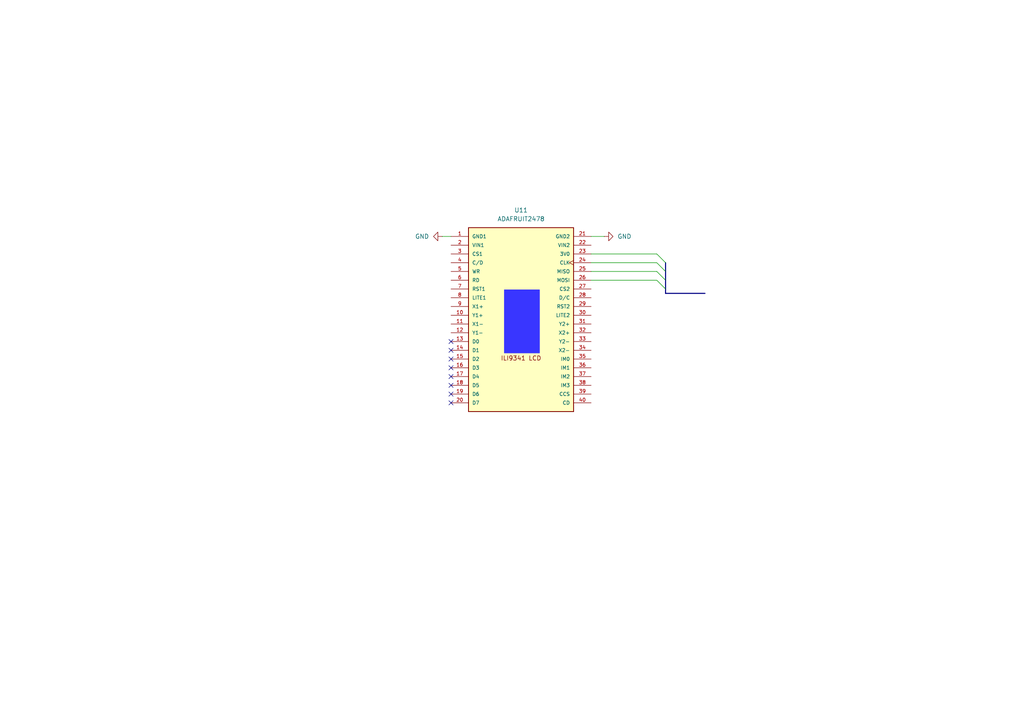
<source format=kicad_sch>
(kicad_sch (version 20231120) (generator "eeschema") (generator_version "8.0")
  (paper "A4")
  (title_block (title "ADAFRUIT LCD ILI9341") (date "2024-06-22") (rev "1.0"))
  (lib_symbols
    (symbol "UniversalRemoteControllerLibary:ADAFRUIT_LCD24_ILI9341" (pin_names (offset 1.016))
      (property "Reference" "U" (at -15.2631 28.6183 0))
      (property "Value" "ADAFRUIT2478" (at -15.262 -27.9803 0))
      (symbol "ADAFRUIT_LCD24_ILI9341_0_0"
        (rectangle (start -15.24 27.94) (end 15.24 -25.4) (stroke (width 0.254)) (fill (type background)))
        (pin power_in line (at -20.32 25.4 0) (length 5.08) (name "GND1") (number "1"))
        (pin output line (at -20.32 2.54 0) (length 5.08) (name "Y1+") (number "10"))
        (pin output line (at -20.32 0 0) (length 5.08) (name "X1-") (number "11"))
        (pin output line (at -20.32 -2.54 0) (length 5.08) (name "Y1-") (number "12"))
        (pin bidirectional line (at -20.32 -5.08 0) (length 5.08) (name "D0") (number "13"))
        (pin bidirectional line (at -20.32 -7.62 0) (length 5.08) (name "D1") (number "14"))
        (pin bidirectional line (at -20.32 -10.16 0) (length 5.08) (name "D2") (number "15"))
        (pin bidirectional line (at -20.32 -12.7 0) (length 5.08) (name "D3") (number "16"))
        (pin bidirectional line (at -20.32 -15.24 0) (length 5.08) (name "D4") (number "17"))
        (pin bidirectional line (at -20.32 -17.78 0) (length 5.08) (name "D5") (number "18"))
        (pin bidirectional line (at -20.32 -20.32 0) (length 5.08) (name "D6") (number "19"))
        (pin power_in line (at -20.32 22.86 0) (length 5.08) (name "VIN1") (number "2"))
        (pin bidirectional line (at -20.32 -22.86 0) (length 5.08) (name "D7") (number "20"))
        (pin power_in line (at 20.32 25.4 180) (length 5.08) (name "GND2") (number "21"))
        (pin power_in line (at 20.32 22.86 180) (length 5.08) (name "VIN2") (number "22"))
        (pin output line (at 20.32 20.32 180) (length 5.08) (name "3V0") (number "23"))
        (pin input clock (at 20.32 17.78 180) (length 5.08) (name "CLK") (number "24"))
        (pin output line (at 20.32 15.24 180) (length 5.08) (name "MISO") (number "25"))
        (pin input line (at 20.32 12.7 180) (length 5.08) (name "MOSI") (number "26"))
        (pin input line (at 20.32 10.16 180) (length 5.08) (name "CS2") (number "27"))
        (pin input line (at 20.32 7.62 180) (length 5.08) (name "D/C") (number "28"))
        (pin input line (at 20.32 5.08 180) (length 5.08) (name "RST2") (number "29"))
        (pin input line (at -20.32 20.32 0) (length 5.08) (name "CS1") (number "3"))
        (pin input line (at 20.32 2.54 180) (length 5.08) (name "LITE2") (number "30"))
        (pin output line (at 20.32 0 180) (length 5.08) (name "Y2+") (number "31"))
        (pin output line (at 20.32 -2.54 180) (length 5.08) (name "X2+") (number "32"))
        (pin output line (at 20.32 -5.08 180) (length 5.08) (name "Y2-") (number "33"))
        (pin output line (at 20.32 -7.62 180) (length 5.08) (name "X2-") (number "34"))
        (pin input line (at 20.32 -10.16 180) (length 5.08) (name "IM0") (number "35"))
        (pin input line (at 20.32 -12.7 180) (length 5.08) (name "IM1") (number "36"))
        (pin input line (at 20.32 -15.24 180) (length 5.08) (name "IM2") (number "37"))
        (pin input line (at 20.32 -17.78 180) (length 5.08) (name "IM3") (number "38"))
        (pin input line (at 20.32 -20.32 180) (length 5.08) (name "CCS") (number "39"))
        (pin input line (at -20.32 17.78 0) (length 5.08) (name "C/D") (number "4"))
        (pin output line (at 20.32 -22.86 180) (length 5.08) (name "CD") (number "40"))
        (pin input line (at -20.32 15.24 0) (length 5.08) (name "WR") (number "5"))
        (pin input line (at -20.32 12.7 0) (length 5.08) (name "RD") (number "6"))
        (pin input line (at -20.32 10.16 0) (length 5.08) (name "RST1") (number "7"))
        (pin input line (at -20.32 7.62 0) (length 5.08) (name "LITE1") (number "8"))
        (pin output line (at -20.32 5.08 0) (length 5.08) (name "X1+") (number "9"))
      )
      (symbol "ADAFRUIT_LCD24_ILI9341_1_1"
        (rectangle (start -4.826 9.906) (end 5.334 -8.382) (stroke (width 0.2) (color 57 54 255 1)) (fill (type outline)))
        (text "ILI9341 LCD\n" (at 0 -9.906 0) (effects (font (size 1.27 1.27))))
      )
    )
    (symbol "power:GND" (power) (pin_numbers hide) (pin_names (offset 0) hide)
      (property "Value" "GND" (at 0 -3.81 0))
      (symbol "GND_0_1"
        (polyline (pts (xy 0 0) (xy 0 -1.27) (xy 1.27 -1.27) (xy 0 -2.54) (xy -1.27 -1.27) (xy 0 -1.27)))
      )
      (symbol "GND_1_1"
        (pin power_in line (at 0 0 270) (length 0) (name "~") (number "1"))
      )
    )
  )
  (no_connect (at 130.81 111.76))
  (no_connect (at 130.81 116.84))
  (no_connect (at 130.81 106.68))
  (no_connect (at 130.81 99.06))
  (no_connect (at 130.81 101.6))
  (no_connect (at 130.81 104.14))
  (no_connect (at 130.81 114.3))
  (no_connect (at 130.81 109.22))
  (bus_entry (at 190.5 78.74) (size 2.54 2.54))
  (bus_entry (at 190.5 76.2) (size 2.54 2.54))
  (bus_entry (at 190.5 73.66) (size 2.54 2.54))
  (bus_entry (at 190.5 81.28) (size 2.54 2.54))
  (wire (pts (xy 171.45 81.28) (xy 190.5 81.28)))
  (wire (pts (xy 128.27 68.58) (xy 130.81 68.58)))
  (bus (pts (xy 193.04 83.82) (xy 193.04 85.09)))
  (wire (pts (xy 171.45 76.2) (xy 190.5 76.2)))
  (wire (pts (xy 175.26 68.58) (xy 171.45 68.58)))
  (wire (pts (xy 171.45 73.66) (xy 190.5 73.66)))
  (bus (pts (xy 193.04 81.28) (xy 193.04 83.82)))
  (bus (pts (xy 193.04 78.74) (xy 193.04 81.28)))
  (bus (pts (xy 193.04 85.09) (xy 204.47 85.09)))
  (bus (pts (xy 193.04 76.2) (xy 193.04 78.74)))
  (wire (pts (xy 171.45 78.74) (xy 190.5 78.74)))
  (symbol (lib_id "power:GND") (at 175.26 68.58 90) (unit 1)
    (property "Reference" "#PWR057" (effects (hide yes)))
    (property "Value" "GND" (at 179.07 68.5799 90) (effects (justify right)))
    (property "Description" "Power symbol creates a global label with name \"GND\" , ground" (effects (hide yes)))
  )
  (symbol (lib_id "UniversalRemoteControllerLibary:ADAFRUIT_LCD24_ILI9341") (at 151.13 93.98 0) (unit 1)
    (property "Reference" "U11" (at 151.13 60.96 0))
    (property "Value" "ADAFRUIT2478" (at 151.13 63.5 0))
    (property "Footprint" "UniversalRemoteControllerLibrary:ADAFRUIT_2478" (effects (hide yes)))
    (property "MF" "Adafruit Industries" (effects (hide yes)))
    (property "Description_1" "\nAdafruit 2.4 TFT LCD with Touchscreen Breakout w/MicroSD Socket - ILI9341 | Adafruit Industries 2478\n" (effects (hide yes)))
    (property "Package" "NON STANDARD Adafruit" (effects (hide yes)))
    (property "Price" "None" (effects (hide yes)))
    (property "Check_prices" "https://www.snapeda.com/parts/2478/Adafruit+Industries+LLC/view-part/?ref=eda" (effects (hide yes)))
    (property "SnapEDA_Link" "https://www.snapeda.com/parts/2478/Adafruit+Industries+LLC/view-part/?ref=snap" (effects (hide yes)))
    (property "MP" "2478" (effects (hide yes)))
    (property "Purchase-URL" "https://www.snapeda.com/api/url_track_click_mouser/?unipart_id=523456&manufacturer=Adafruit Industries&part_name=2478&search_term=ili9341" (effects (hide yes)))
    (property "Availability" "In Stock" (effects (hide yes)))
    (property "MANUFACTURER" "Adafruit Industries LLC" (effects (hide yes)))
    (property "OrderCode" "485-2478" (effects (hide yes)))
    (property "Distributor" "Mouser" (effects (hide yes)))
  )
  (symbol (lib_id "power:GND") (at 128.27 68.58 270) (unit 1)
    (property "Reference" "#PWR056" (effects (hide yes)))
    (property "Value" "GND" (at 124.46 68.5799 90) (effects (justify right)))
    (property "Description" "Power symbol creates a global label with name \"GND\" , ground" (effects (hide yes)))
  )
)
</source>
